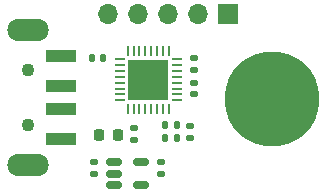
<source format=gbr>
%TF.GenerationSoftware,KiCad,Pcbnew,(7.0.0)*%
%TF.CreationDate,2023-02-23T15:33:30+08:00*%
%TF.ProjectId,CK,434b2e6b-6963-4616-945f-706362585858,rev?*%
%TF.SameCoordinates,Original*%
%TF.FileFunction,Soldermask,Top*%
%TF.FilePolarity,Negative*%
%FSLAX46Y46*%
G04 Gerber Fmt 4.6, Leading zero omitted, Abs format (unit mm)*
G04 Created by KiCad (PCBNEW (7.0.0)) date 2023-02-23 15:33:30*
%MOMM*%
%LPD*%
G01*
G04 APERTURE LIST*
G04 Aperture macros list*
%AMRoundRect*
0 Rectangle with rounded corners*
0 $1 Rounding radius*
0 $2 $3 $4 $5 $6 $7 $8 $9 X,Y pos of 4 corners*
0 Add a 4 corners polygon primitive as box body*
4,1,4,$2,$3,$4,$5,$6,$7,$8,$9,$2,$3,0*
0 Add four circle primitives for the rounded corners*
1,1,$1+$1,$2,$3*
1,1,$1+$1,$4,$5*
1,1,$1+$1,$6,$7*
1,1,$1+$1,$8,$9*
0 Add four rect primitives between the rounded corners*
20,1,$1+$1,$2,$3,$4,$5,0*
20,1,$1+$1,$4,$5,$6,$7,0*
20,1,$1+$1,$6,$7,$8,$9,0*
20,1,$1+$1,$8,$9,$2,$3,0*%
G04 Aperture macros list end*
%ADD10R,1.700000X1.700000*%
%ADD11O,1.700000X1.700000*%
%ADD12RoundRect,0.062500X0.375000X0.062500X-0.375000X0.062500X-0.375000X-0.062500X0.375000X-0.062500X0*%
%ADD13RoundRect,0.062500X0.062500X0.375000X-0.062500X0.375000X-0.062500X-0.375000X0.062500X-0.375000X0*%
%ADD14R,3.450000X3.450000*%
%ADD15O,3.500000X1.900000*%
%ADD16R,2.500000X1.100000*%
%ADD17C,1.100000*%
%ADD18RoundRect,0.218750X-0.218750X-0.256250X0.218750X-0.256250X0.218750X0.256250X-0.218750X0.256250X0*%
%ADD19RoundRect,0.140000X0.170000X-0.140000X0.170000X0.140000X-0.170000X0.140000X-0.170000X-0.140000X0*%
%ADD20RoundRect,0.135000X0.185000X-0.135000X0.185000X0.135000X-0.185000X0.135000X-0.185000X-0.135000X0*%
%ADD21RoundRect,0.140000X-0.170000X0.140000X-0.170000X-0.140000X0.170000X-0.140000X0.170000X0.140000X0*%
%ADD22C,8.000000*%
%ADD23RoundRect,0.135000X0.135000X0.185000X-0.135000X0.185000X-0.135000X-0.185000X0.135000X-0.185000X0*%
%ADD24RoundRect,0.150000X-0.512500X-0.150000X0.512500X-0.150000X0.512500X0.150000X-0.512500X0.150000X0*%
%ADD25RoundRect,0.140000X-0.140000X-0.170000X0.140000X-0.170000X0.140000X0.170000X-0.140000X0.170000X0*%
G04 APERTURE END LIST*
D10*
%TO.C,J2*%
X112319999Y-98249999D03*
D11*
X109779999Y-98249999D03*
X107239999Y-98249999D03*
X104699999Y-98249999D03*
X102159999Y-98249999D03*
%TD*%
D12*
%TO.C,U1*%
X107987500Y-105550000D03*
X107987500Y-105050000D03*
X107987500Y-104550000D03*
X107987500Y-104050000D03*
X107987500Y-103550000D03*
X107987500Y-103050000D03*
X107987500Y-102550000D03*
X107987500Y-102050000D03*
D13*
X107300000Y-101362500D03*
X106800000Y-101362500D03*
X106300000Y-101362500D03*
X105800000Y-101362500D03*
X105300000Y-101362500D03*
X104800000Y-101362500D03*
X104300000Y-101362500D03*
X103800000Y-101362500D03*
D12*
X103112500Y-102050000D03*
X103112500Y-102550000D03*
X103112500Y-103050000D03*
X103112500Y-103550000D03*
X103112500Y-104050000D03*
X103112500Y-104550000D03*
X103112500Y-105050000D03*
X103112500Y-105550000D03*
D13*
X103800000Y-106237500D03*
X104300000Y-106237500D03*
X104800000Y-106237500D03*
X105300000Y-106237500D03*
X105800000Y-106237500D03*
X106300000Y-106237500D03*
X106800000Y-106237500D03*
X107300000Y-106237500D03*
D14*
X105549999Y-103799999D03*
%TD*%
D15*
%TO.C,J1*%
X95399999Y-99599999D03*
X95399999Y-110999999D03*
D16*
X98149999Y-101799999D03*
X98149999Y-104299999D03*
X98149999Y-106299999D03*
X98149999Y-108799999D03*
D17*
X95400000Y-103000000D03*
X95400000Y-107600000D03*
%TD*%
D18*
%TO.C,D1*%
X101400000Y-108500000D03*
X102975000Y-108500000D03*
%TD*%
D19*
%TO.C,C2*%
X109050000Y-108700000D03*
X109050000Y-107740000D03*
%TD*%
D20*
%TO.C,R2*%
X104300000Y-108870000D03*
X104300000Y-107850000D03*
%TD*%
D21*
%TO.C,C5*%
X100975000Y-110800000D03*
X100975000Y-111760000D03*
%TD*%
D22*
%TO.C,TP1*%
X116000000Y-105450000D03*
%TD*%
D21*
%TO.C,C6*%
X106625000Y-110800000D03*
X106625000Y-111760000D03*
%TD*%
D23*
%TO.C,R1*%
X107970000Y-108700000D03*
X106950000Y-108700000D03*
%TD*%
D21*
%TO.C,C4*%
X109450000Y-101990000D03*
X109450000Y-102950000D03*
%TD*%
D19*
%TO.C,C1*%
X109450000Y-105010000D03*
X109450000Y-104050000D03*
%TD*%
D24*
%TO.C,U2*%
X104925000Y-110800000D03*
X104925000Y-112700000D03*
X102650000Y-112700000D03*
X102650000Y-111750000D03*
X102650000Y-110800000D03*
%TD*%
D25*
%TO.C,C3*%
X100790000Y-102000000D03*
X101750000Y-102000000D03*
%TD*%
D23*
%TO.C,R3*%
X107970000Y-107650000D03*
X106950000Y-107650000D03*
%TD*%
M02*

</source>
